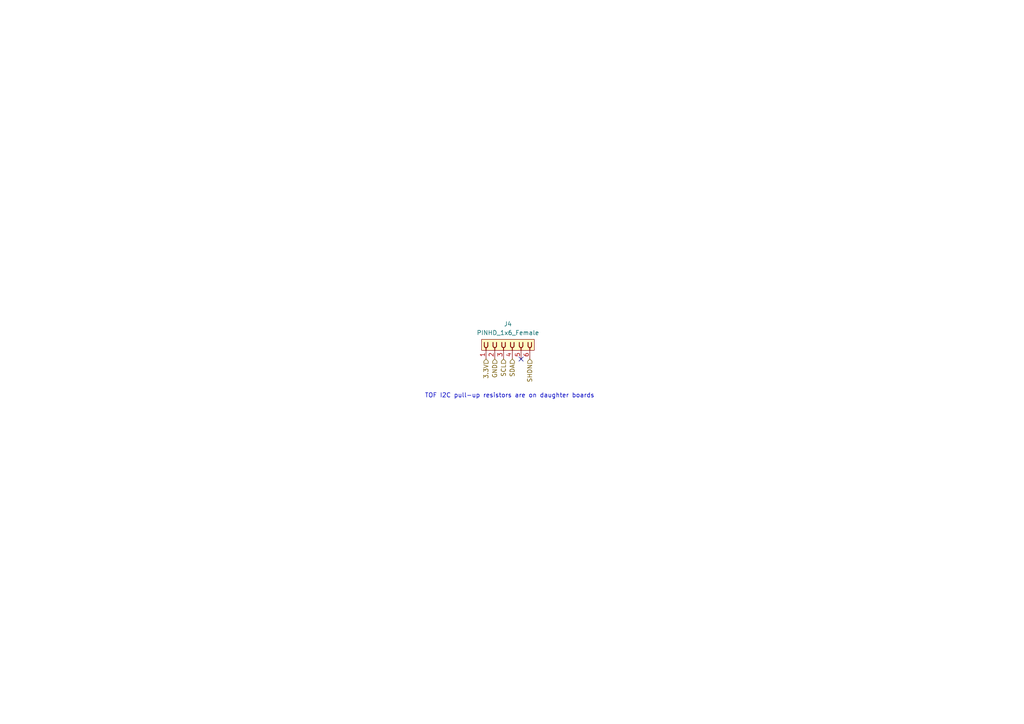
<source format=kicad_sch>
(kicad_sch (version 20230121) (generator eeschema)

  (uuid 5bbab527-289c-46d7-bcca-333a39d98899)

  (paper "A4")

  (title_block
    (title "Mouse Potato")
    (date "2024-01-16")
    (rev "1.1.0")
    (company "UCLA Micromouse 2023-24 Team 2")
  )

  (lib_symbols
    (symbol "PCM_SL_Pin_Headers:PINHD_1x6_Female" (in_bom yes) (on_board yes)
      (property "Reference" "J" (at 0 12.7 0)
        (effects (font (size 1.27 1.27)))
      )
      (property "Value" "PINHD_1x6_Female" (at 0 10.16 0)
        (effects (font (size 1.27 1.27)))
      )
      (property "Footprint" "Connector_PinSocket_2.54mm:PinSocket_1x06_P2.54mm_Vertical" (at 2.54 15.24 0)
        (effects (font (size 1.27 1.27)) hide)
      )
      (property "Datasheet" "" (at 0 12.7 0)
        (effects (font (size 1.27 1.27)) hide)
      )
      (property "ki_keywords" "Pin Header" (at 0 0 0)
        (effects (font (size 1.27 1.27)) hide)
      )
      (property "ki_description" "Pin Header female with pin space 2.54mm. Pin Count -6" (at 0 0 0)
        (effects (font (size 1.27 1.27)) hide)
      )
      (property "ki_fp_filters" "PinSocket_1x06_P2.54mm*" (at 0 0 0)
        (effects (font (size 1.27 1.27)) hide)
      )
      (symbol "PINHD_1x6_Female_0_1"
        (rectangle (start -1.27 7.62) (end 1.905 -7.62)
          (stroke (width 0) (type default))
          (fill (type background))
        )
        (arc (start -0.508 -6.35) (mid -0.3592 -6.7092) (end 0 -6.858)
          (stroke (width 0.25) (type default))
          (fill (type none))
        )
        (arc (start -0.508 -3.81) (mid -0.3592 -4.1692) (end 0 -4.318)
          (stroke (width 0.25) (type default))
          (fill (type none))
        )
        (arc (start -0.508 -1.27) (mid -0.3592 -1.6292) (end 0 -1.778)
          (stroke (width 0.25) (type default))
          (fill (type none))
        )
        (arc (start -0.508 1.27) (mid -0.3592 0.9108) (end 0 0.762)
          (stroke (width 0.25) (type default))
          (fill (type none))
        )
        (arc (start -0.508 3.81) (mid -0.3592 3.4508) (end 0 3.302)
          (stroke (width 0.25) (type default))
          (fill (type none))
        )
        (arc (start -0.508 6.35) (mid -0.3592 5.9908) (end 0 5.842)
          (stroke (width 0.25) (type default))
          (fill (type none))
        )
        (arc (start 0 -5.842) (mid -0.3592 -5.9908) (end -0.508 -6.35)
          (stroke (width 0.25) (type default))
          (fill (type none))
        )
        (arc (start 0 -3.302) (mid -0.3592 -3.4508) (end -0.508 -3.81)
          (stroke (width 0.25) (type default))
          (fill (type none))
        )
        (arc (start 0 -0.762) (mid -0.3592 -0.9108) (end -0.508 -1.27)
          (stroke (width 0.25) (type default))
          (fill (type none))
        )
        (polyline
          (pts
            (xy -1.27 -6.35)
            (xy -0.508 -6.35)
          )
          (stroke (width 0.25) (type default))
          (fill (type none))
        )
        (polyline
          (pts
            (xy -1.27 -3.81)
            (xy -0.508 -3.81)
          )
          (stroke (width 0.25) (type default))
          (fill (type none))
        )
        (polyline
          (pts
            (xy -1.27 -1.27)
            (xy -0.508 -1.27)
          )
          (stroke (width 0.25) (type default))
          (fill (type none))
        )
        (polyline
          (pts
            (xy -1.27 1.27)
            (xy -0.508 1.27)
          )
          (stroke (width 0.25) (type default))
          (fill (type none))
        )
        (polyline
          (pts
            (xy -1.27 3.81)
            (xy -0.508 3.81)
          )
          (stroke (width 0.25) (type default))
          (fill (type none))
        )
        (polyline
          (pts
            (xy -1.27 6.35)
            (xy -0.508 6.35)
          )
          (stroke (width 0.25) (type default))
          (fill (type none))
        )
        (polyline
          (pts
            (xy 0 -6.858)
            (xy 1.016 -6.858)
          )
          (stroke (width 0.25) (type default))
          (fill (type none))
        )
        (polyline
          (pts
            (xy 0 -5.842)
            (xy 1.016 -5.842)
          )
          (stroke (width 0.25) (type default))
          (fill (type none))
        )
        (polyline
          (pts
            (xy 0 -4.318)
            (xy 1.016 -4.318)
          )
          (stroke (width 0.25) (type default))
          (fill (type none))
        )
        (polyline
          (pts
            (xy 0 -3.302)
            (xy 1.016 -3.302)
          )
          (stroke (width 0.25) (type default))
          (fill (type none))
        )
        (polyline
          (pts
            (xy 0 -1.778)
            (xy 1.016 -1.778)
          )
          (stroke (width 0.25) (type default))
          (fill (type none))
        )
        (polyline
          (pts
            (xy 0 -0.762)
            (xy 1.016 -0.762)
          )
          (stroke (width 0.25) (type default))
          (fill (type none))
        )
        (polyline
          (pts
            (xy 0 0.762)
            (xy 1.016 0.762)
          )
          (stroke (width 0.25) (type default))
          (fill (type none))
        )
        (polyline
          (pts
            (xy 0 1.778)
            (xy 1.016 1.778)
          )
          (stroke (width 0.25) (type default))
          (fill (type none))
        )
        (polyline
          (pts
            (xy 0 3.302)
            (xy 1.016 3.302)
          )
          (stroke (width 0.25) (type default))
          (fill (type none))
        )
        (polyline
          (pts
            (xy 0 4.318)
            (xy 1.016 4.318)
          )
          (stroke (width 0.25) (type default))
          (fill (type none))
        )
        (polyline
          (pts
            (xy 0 5.842)
            (xy 1.016 5.842)
          )
          (stroke (width 0.25) (type default))
          (fill (type none))
        )
        (polyline
          (pts
            (xy 0 6.858)
            (xy 1.016 6.858)
          )
          (stroke (width 0.25) (type default))
          (fill (type none))
        )
        (arc (start 0 1.778) (mid -0.3592 1.6292) (end -0.508 1.27)
          (stroke (width 0.25) (type default))
          (fill (type none))
        )
        (arc (start 0 4.318) (mid -0.3592 4.1692) (end -0.508 3.81)
          (stroke (width 0.25) (type default))
          (fill (type none))
        )
        (arc (start 0 6.858) (mid -0.3592 6.7092) (end -0.508 6.35)
          (stroke (width 0.25) (type default))
          (fill (type none))
        )
      )
      (symbol "PINHD_1x6_Female_1_1"
        (pin passive line (at -3.81 6.35 0) (length 2.54)
          (name "" (effects (font (size 1.27 1.27))))
          (number "1" (effects (font (size 1.27 1.27))))
        )
        (pin passive line (at -3.81 3.81 0) (length 2.54)
          (name "" (effects (font (size 1.27 1.27))))
          (number "2" (effects (font (size 1.27 1.27))))
        )
        (pin passive line (at -3.81 1.27 0) (length 2.54)
          (name "" (effects (font (size 1.27 1.27))))
          (number "3" (effects (font (size 1.27 1.27))))
        )
        (pin passive line (at -3.81 -1.27 0) (length 2.54)
          (name "" (effects (font (size 1.27 1.27))))
          (number "4" (effects (font (size 1.27 1.27))))
        )
        (pin passive line (at -3.81 -3.81 0) (length 2.54)
          (name "" (effects (font (size 1.27 1.27))))
          (number "5" (effects (font (size 1.27 1.27))))
        )
        (pin passive line (at -3.81 -6.35 0) (length 2.54)
          (name "" (effects (font (size 1.27 1.27))))
          (number "6" (effects (font (size 1.27 1.27))))
        )
      )
    )
  )


  (no_connect (at 151.13 104.14) (uuid b02091c7-3769-4b73-95e7-69e7b4d11044))

  (text "TOF I2C pull-up resistors are on daughter boards" (at 123.19 115.57 0)
    (effects (font (size 1.27 1.27)) (justify left bottom))
    (uuid 0c4f1008-a79e-4f74-9e12-5fd2332ba612)
  )

  (hierarchical_label "GND" (shape input) (at 143.51 104.14 270) (fields_autoplaced)
    (effects (font (size 1.27 1.27)) (justify right))
    (uuid 3010a20e-97c9-45af-a5e5-5f2d44be3644)
  )
  (hierarchical_label "3.3V" (shape input) (at 140.97 104.14 270) (fields_autoplaced)
    (effects (font (size 1.27 1.27)) (justify right))
    (uuid 37b6e7cc-6487-461a-aa9a-5b5d1d13a93c)
  )
  (hierarchical_label "SHDN" (shape input) (at 153.67 104.14 270) (fields_autoplaced)
    (effects (font (size 1.27 1.27)) (justify right))
    (uuid 75647247-df34-4aed-9fdc-00a74f24b885)
  )
  (hierarchical_label "SCL" (shape input) (at 146.05 104.14 270) (fields_autoplaced)
    (effects (font (size 1.27 1.27)) (justify right))
    (uuid a301651c-3ea4-45ad-8ae2-98a65dd25331)
  )
  (hierarchical_label "SDA" (shape input) (at 148.59 104.14 270) (fields_autoplaced)
    (effects (font (size 1.27 1.27)) (justify right))
    (uuid d466d5a4-d72f-43c3-9ae9-fcab4cfdeb80)
  )

  (symbol (lib_id "PCM_SL_Pin_Headers:PINHD_1x6_Female") (at 147.32 100.33 90) (unit 1)
    (in_bom yes) (on_board yes) (dnp no) (fields_autoplaced)
    (uuid d021685d-76a7-4fef-a3f7-1ca97545b00d)
    (property "Reference" "J4" (at 147.32 93.98 90)
      (effects (font (size 1.27 1.27)))
    )
    (property "Value" "PINHD_1x6_Female" (at 147.32 96.52 90)
      (effects (font (size 1.27 1.27)))
    )
    (property "Footprint" "Connector_PinSocket_2.54mm:PinSocket_1x06_P2.54mm_Vertical" (at 132.08 97.79 0)
      (effects (font (size 1.27 1.27)) hide)
    )
    (property "Datasheet" "" (at 134.62 100.33 0)
      (effects (font (size 1.27 1.27)) hide)
    )
    (pin "4" (uuid b2acf11a-9a78-41c0-a73f-412eced82798))
    (pin "5" (uuid 0f41e4f9-dea8-4d22-b7bc-5818efc54824))
    (pin "3" (uuid 8367e898-7e0a-4034-b13c-002463bbbce9))
    (pin "1" (uuid bf764e3b-9e3e-4ab8-bd6b-23747e4b8790))
    (pin "6" (uuid 2cbeb6ac-d5fd-48b0-90ea-5d226d7beea8))
    (pin "2" (uuid 291a1dac-c651-4b70-a637-e9fb13c3640b))
    (instances
      (project "micromouse"
        (path "/77cbf270-6b61-4f1a-b1cd-1a823bc4a9d0/2b401192-29f1-4489-afec-f456074fa36a/4432e65f-ab91-428e-9e14-5bd062bc3b2a"
          (reference "J4") (unit 1)
        )
        (path "/77cbf270-6b61-4f1a-b1cd-1a823bc4a9d0/2b401192-29f1-4489-afec-f456074fa36a/c49b218c-498c-4be6-8fe0-5dd9138da158"
          (reference "J1") (unit 1)
        )
        (path "/77cbf270-6b61-4f1a-b1cd-1a823bc4a9d0/2b401192-29f1-4489-afec-f456074fa36a/4ba54288-1506-4e8c-85f4-f5967639ad45"
          (reference "J2") (unit 1)
        )
      )
    )
  )
)

</source>
